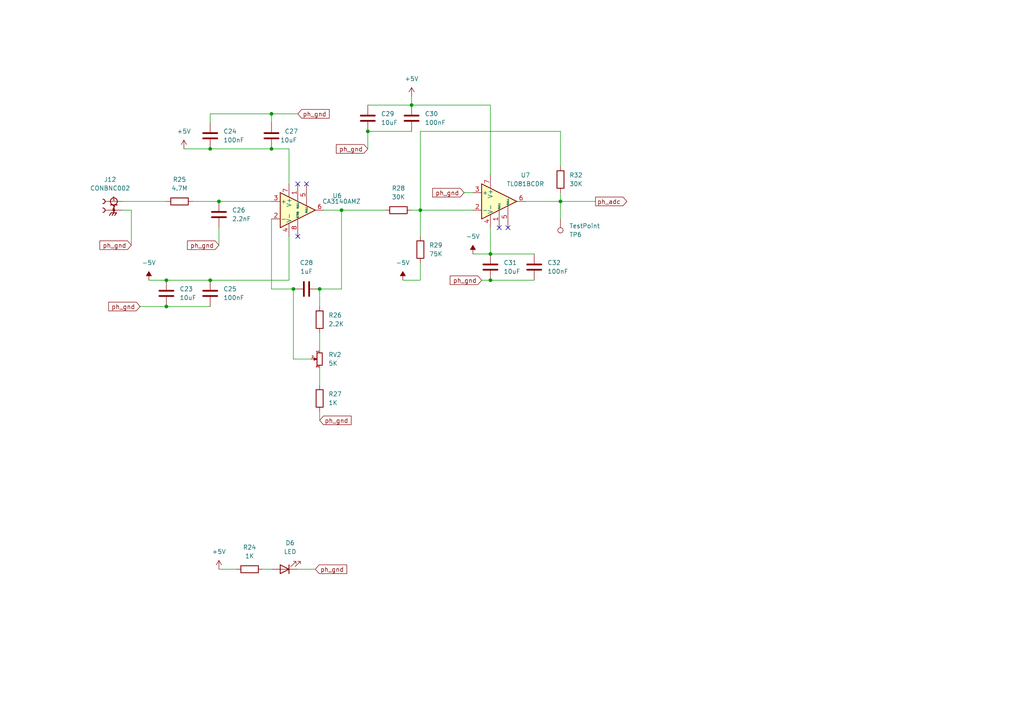
<source format=kicad_sch>
(kicad_sch (version 20230121) (generator eeschema)
  (paper "A4")
  (lib_symbols
    (symbol "Amplifier_Operational:CA3140" (pin_names (offset 0.127))
      (property "Reference" "U" (at 6.35 5.08 0))
      (property "Value" "CA3140" (at 6.35 2.54 0))
      (symbol "CA3140_0_1"
        (polyline (pts (xy -5.08 5.08) (xy 5.08 0) (xy -5.08 -5.08) (xy -5.08 5.08)) (stroke (width 0.254)) (fill (type background)))
      )
      (symbol "CA3140_1_1"
        (pin passive line (at 0 7.62 270) (length 5.08) (name "NULL") (number "1"))
        (pin input line (at -7.62 -2.54 0) (length 2.54) (name "-") (number "2"))
        (pin input line (at -7.62 2.54 0) (length 2.54) (name "+") (number "3"))
        (pin power_in line (at -2.54 -7.62 90) (length 3.81) (name "V-") (number "4"))
        (pin passive line (at 2.54 7.62 270) (length 6.35) (name "NULL") (number "5"))
        (pin output line (at 7.62 0 180) (length 2.54) (name "~") (number "6"))
        (pin power_in line (at -2.54 7.62 270) (length 3.81) (name "V+") (number "7"))
        (pin passive line (at 0 -7.62 90) (length 5.08) (name "STRB") (number "8"))
      )
    )
    (symbol "Amplifier_Operational:TL081" (pin_names (offset 0.127))
      (property "Reference" "U" (at 0 6.35 0))
      (property "Value" "TL081" (at 0 3.81 0))
      (symbol "TL081_0_1"
        (polyline (pts (xy -5.08 5.08) (xy 5.08 0) (xy -5.08 -5.08) (xy -5.08 5.08)) (stroke (width 0.254)) (fill (type background)))
      )
      (symbol "TL081_1_1"
        (pin input line (at 0 -7.62 90) (length 5.08) (name "NULL") (number "1"))
        (pin input line (at -7.62 -2.54 0) (length 2.54) (name "-") (number "2"))
        (pin input line (at -7.62 2.54 0) (length 2.54) (name "+") (number "3"))
        (pin power_in line (at -2.54 -7.62 90) (length 3.81) (name "V-") (number "4"))
        (pin input line (at 2.54 -7.62 90) (length 6.35) (name "NULL") (number "5"))
        (pin output line (at 7.62 0 180) (length 2.54) (name "~") (number "6"))
        (pin power_in line (at -2.54 7.62 270) (length 3.81) (name "V+") (number "7"))
        (pin no_connect line (at 0 2.54 270) (length 2.54) hide (name "NC") (number "8"))
      )
    )
    (symbol "CONBNC002:CONBNC002" (pin_names (offset 1.016))
      (property "Reference" "J" (at -3.81 1.524 0))
      (property "Value" "CONBNC002" (at -4.064 -6.858 0))
      (symbol "CONBNC002_0_0"
        (arc (start -3.175 -3.175) (mid -2.5427 -2.54) (end -3.175 -1.905) (stroke (width 0.254)))
        (arc (start -3.175 -0.635) (mid -2.5427 0) (end -3.175 0.635) (stroke (width 0.254)))
        (circle (center 0 -2.54) (radius 0.254) (stroke (width 0.254)))
        (polyline (pts (xy -1.016 -1.016) (xy 0 -1.016)) (stroke (width 0.254)))
        (polyline (pts (xy -0.762 -3.302) (xy -1.27 -4.064)) (stroke (width 0.254)))
        (polyline (pts (xy 0 -3.302) (xy -0.762 -3.302)) (stroke (width 0.254)))
        (polyline (pts (xy 0 -3.302) (xy -0.508 -4.064)) (stroke (width 0.254)))
        (polyline (pts (xy 0 -3.302) (xy 0.762 -3.302)) (stroke (width 0.254)))
        (polyline (pts (xy 0 -1.016) (xy 0 -3.302)) (stroke (width 0.254)))
        (polyline (pts (xy 0 -1.016) (xy 1.016 -1.016)) (stroke (width 0.254)))
        (polyline (pts (xy 0.762 -3.302) (xy 0.254 -4.064)) (stroke (width 0.254)))
        (circle (center 0 0) (radius 1.016) (stroke (width 0.254)))
        (pin passive line (at 2.54 0 180) (length 5.08) (name "~") (number "1"))
        (pin passive line (at 2.54 -2.54 180) (length 5.08) (name "~") (number "2"))
      )
    )
    (symbol "Connector:TestPoint" (pin_numbers hide) (pin_names (offset 0.762) hide)
      (property "Reference" "TP" (at 0 6.858 0))
      (property "Value" "TestPoint" (at 0 5.08 0))
      (symbol "TestPoint_0_1"
        (circle (center 0 3.302) (radius 0.762))
      )
      (symbol "TestPoint_1_1"
        (pin passive line (at 0 0 90) (length 2.54) (name "1") (number "1"))
      )
    )
    (symbol "Device:C" (pin_numbers hide) (pin_names (offset 0.254))
      (property "Reference" "C" (at 0.635 2.54 0))
      (property "Value" "C" (at 0.635 -2.54 0))
      (symbol "C_0_1"
        (polyline (pts (xy -2.032 -0.762) (xy 2.032 -0.762)) (stroke (width 0.508)))
        (polyline (pts (xy -2.032 0.762) (xy 2.032 0.762)) (stroke (width 0.508)))
      )
      (symbol "C_1_1"
        (pin passive line (at 0 3.81 270) (length 2.794) (name "~") (number "1"))
        (pin passive line (at 0 -3.81 90) (length 2.794) (name "~") (number "2"))
      )
    )
    (symbol "Device:LED" (pin_numbers hide) (pin_names (offset 1.016) hide)
      (property "Reference" "D" (at 0 2.54 0))
      (property "Value" "LED" (at 0 -2.54 0))
      (symbol "LED_0_1"
        (polyline (pts (xy -1.27 -1.27) (xy -1.27 1.27)) (stroke (width 0.254)))
        (polyline (pts (xy -1.27 0) (xy 1.27 0)))
        (polyline (pts (xy 1.27 -1.27) (xy 1.27 1.27) (xy -1.27 0) (xy 1.27 -1.27)) (stroke (width 0.254)))
        (polyline (pts (xy -3.048 -0.762) (xy -4.572 -2.286) (xy -3.81 -2.286) (xy -4.572 -2.286) (xy -4.572 -1.524)))
        (polyline (pts (xy -1.778 -0.762) (xy -3.302 -2.286) (xy -2.54 -2.286) (xy -3.302 -2.286) (xy -3.302 -1.524)))
      )
      (symbol "LED_1_1"
        (pin passive line (at -3.81 0 0) (length 2.54) (name "K") (number "1"))
        (pin passive line (at 3.81 0 180) (length 2.54) (name "A") (number "2"))
      )
    )
    (symbol "Device:R" (pin_numbers hide) (pin_names (offset 0))
      (property "Reference" "R" (at 2.032 0 90))
      (property "Value" "R" (at 0 0 90))
      (symbol "R_0_1"
        (rectangle (start -1.016 -2.54) (end 1.016 2.54) (stroke (width 0.254)))
      )
      (symbol "R_1_1"
        (pin passive line (at 0 3.81 270) (length 1.27) (name "~") (number "1"))
        (pin passive line (at 0 -3.81 90) (length 1.27) (name "~") (number "2"))
      )
    )
    (symbol "Device:R_Potentiometer_Small" (pin_names (offset 1.016) hide)
      (property "Reference" "RV" (at -4.445 0 90))
      (property "Value" "R_Potentiometer_Small" (at -2.54 0 90))
      (symbol "R_Potentiometer_Small_0_1"
        (polyline (pts (xy 0.889 0) (xy 0.635 0) (xy 1.651 0.381) (xy 1.651 -0.381) (xy 0.635 0) (xy 0.889 0)) (fill (type outline)))
        (rectangle (start 0.762 1.8034) (end -0.762 -1.8034) (stroke (width 0.254)))
      )
      (symbol "R_Potentiometer_Small_1_1"
        (pin passive line (at 0 2.54 270) (length 0.635) (name "1") (number "1"))
        (pin passive line (at 2.54 0 180) (length 0.9906) (name "2") (number "2"))
        (pin passive line (at 0 -2.54 90) (length 0.635) (name "3") (number "3"))
      )
    )
    (symbol "power:+5V" (power) (pin_names (offset 0))
      (property "Value" "+5V" (at 0 3.556 0))
      (symbol "+5V_0_1"
        (polyline (pts (xy -0.762 1.27) (xy 0 2.54)))
        (polyline (pts (xy 0 0) (xy 0 2.54)))
        (polyline (pts (xy 0 2.54) (xy 0.762 1.27)))
      )
      (symbol "+5V_1_1"
        (pin power_in line (at 0 0 90) (length 0) hide (name "+5V") (number "1"))
      )
    )
    (symbol "power:-5V" (power) (pin_names (offset 0))
      (property "Value" "-5V" (at 0 3.81 0))
      (symbol "-5V_0_0"
        (pin power_in line (at 0 0 90) (length 0) hide (name "-5V") (number "1"))
      )
      (symbol "-5V_0_1"
        (polyline (pts (xy 0 0) (xy 0 1.27) (xy 0.762 1.27) (xy 0 2.54) (xy -0.762 1.27) (xy 0 1.27)) (fill (type outline)))
      )
    )
  )
  (junction (at 92.71 83.82))
  (junction (at 99.06 60.96))
  (junction (at 78.74 43.18))
  (junction (at 85.09 83.82))
  (junction (at 162.56 58.42))
  (junction (at 106.68 38.1))
  (junction (at 60.96 43.18))
  (junction (at 63.5 58.42))
  (junction (at 119.38 30.48))
  (junction (at 121.92 60.96))
  (junction (at 142.24 73.66))
  (junction (at 48.26 81.28))
  (junction (at 142.24 81.28))
  (junction (at 48.26 88.9))
  (junction (at 78.74 33.02))
  (junction (at 60.96 81.28))
  (no_connect (at 86.36 53.34))
  (no_connect (at 86.36 68.58))
  (no_connect (at 147.32 66.04))
  (no_connect (at 144.78 66.04))
  (no_connect (at 88.9 53.34))
  (wire (pts (xy 92.71 119.38) (xy 92.71 121.92)))
  (wire (pts (xy 48.26 88.9) (xy 60.96 88.9)))
  (wire (pts (xy 78.74 33.02) (xy 86.36 33.02)))
  (wire (pts (xy 162.56 58.42) (xy 162.56 63.5)))
  (wire (pts (xy 63.5 66.04) (xy 63.5 71.12)))
  (wire (pts (xy 142.24 73.66) (xy 154.94 73.66)))
  (wire (pts (xy 119.38 27.94) (xy 119.38 30.48)))
  (wire (pts (xy 162.56 48.26) (xy 162.56 38.1)))
  (wire (pts (xy 60.96 43.18) (xy 78.74 43.18)))
  (wire (pts (xy 92.71 96.52) (xy 92.71 101.6)))
  (wire (pts (xy 99.06 60.96) (xy 93.98 60.96)))
  (wire (pts (xy 86.36 165.1) (xy 91.44 165.1)))
  (wire (pts (xy 106.68 30.48) (xy 119.38 30.48)))
  (wire (pts (xy 48.26 81.28) (xy 60.96 81.28)))
  (wire (pts (xy 99.06 60.96) (xy 111.76 60.96)))
  (wire (pts (xy 85.09 83.82) (xy 78.74 83.82)))
  (wire (pts (xy 162.56 58.42) (xy 172.72 58.42)))
  (wire (pts (xy 142.24 30.48) (xy 119.38 30.48)))
  (wire (pts (xy 90.17 104.14) (xy 85.09 104.14)))
  (wire (pts (xy 121.92 60.96) (xy 121.92 68.58)))
  (wire (pts (xy 152.4 58.42) (xy 162.56 58.42)))
  (wire (pts (xy 92.71 106.68) (xy 92.71 111.76)))
  (wire (pts (xy 162.56 38.1) (xy 121.92 38.1)))
  (wire (pts (xy 53.34 43.18) (xy 60.96 43.18)))
  (wire (pts (xy 78.74 35.56) (xy 78.74 33.02)))
  (wire (pts (xy 60.96 35.56) (xy 60.96 33.02)))
  (wire (pts (xy 83.82 53.34) (xy 83.82 43.18)))
  (wire (pts (xy 83.82 43.18) (xy 78.74 43.18)))
  (wire (pts (xy 78.74 83.82) (xy 78.74 63.5)))
  (wire (pts (xy 35.56 58.42) (xy 48.26 58.42)))
  (wire (pts (xy 106.68 38.1) (xy 106.68 43.18)))
  (wire (pts (xy 139.7 81.28) (xy 142.24 81.28)))
  (wire (pts (xy 60.96 33.02) (xy 78.74 33.02)))
  (wire (pts (xy 121.92 76.2) (xy 121.92 81.28)))
  (wire (pts (xy 35.56 60.96) (xy 38.1 60.96)))
  (wire (pts (xy 142.24 66.04) (xy 142.24 73.66)))
  (wire (pts (xy 63.5 165.1) (xy 68.58 165.1)))
  (wire (pts (xy 55.88 58.42) (xy 63.5 58.42)))
  (wire (pts (xy 121.92 60.96) (xy 137.16 60.96)))
  (wire (pts (xy 43.18 81.28) (xy 48.26 81.28)))
  (wire (pts (xy 162.56 58.42) (xy 162.56 55.88)))
  (wire (pts (xy 83.82 68.58) (xy 83.82 81.28)))
  (wire (pts (xy 142.24 50.8) (xy 142.24 30.48)))
  (wire (pts (xy 99.06 60.96) (xy 99.06 83.82)))
  (wire (pts (xy 92.71 83.82) (xy 92.71 88.9)))
  (wire (pts (xy 119.38 60.96) (xy 121.92 60.96)))
  (wire (pts (xy 85.09 104.14) (xy 85.09 83.82)))
  (wire (pts (xy 121.92 81.28) (xy 116.84 81.28)))
  (wire (pts (xy 134.62 55.88) (xy 137.16 55.88)))
  (wire (pts (xy 40.64 88.9) (xy 48.26 88.9)))
  (wire (pts (xy 63.5 58.42) (xy 78.74 58.42)))
  (wire (pts (xy 76.2 165.1) (xy 78.74 165.1)))
  (wire (pts (xy 142.24 81.28) (xy 154.94 81.28)))
  (wire (pts (xy 106.68 38.1) (xy 119.38 38.1)))
  (wire (pts (xy 137.16 73.66) (xy 142.24 73.66)))
  (wire (pts (xy 99.06 83.82) (xy 92.71 83.82)))
  (wire (pts (xy 38.1 60.96) (xy 38.1 71.12)))
  (wire (pts (xy 121.92 38.1) (xy 121.92 60.96)))
  (wire (pts (xy 83.82 81.28) (xy 60.96 81.28)))
  (global_label "ph_gnd" (shape input) (at 38.1 71.12 180) (property "Intersheetrefs" "${INTERSHEET_REFS}" (effects hide)))
  (global_label "ph_adc" (shape output) (at 172.72 58.42 0) (property "Intersheetrefs" "${INTERSHEET_REFS}" (effects hide)))
  (global_label "ph_gnd" (shape input) (at 63.5 71.12 180) (property "Intersheetrefs" "${INTERSHEET_REFS}" (effects hide)))
  (global_label "ph_gnd" (shape input) (at 92.71 121.92 0) (property "Intersheetrefs" "${INTERSHEET_REFS}" (effects hide)))
  (global_label "ph_gnd" (shape input) (at 106.68 43.18 180) (property "Intersheetrefs" "${INTERSHEET_REFS}" (effects hide)))
  (global_label "ph_gnd" (shape input) (at 91.44 165.1 0) (property "Intersheetrefs" "${INTERSHEET_REFS}" (effects hide)))
  (global_label "ph_gnd" (shape input) (at 40.64 88.9 180) (property "Intersheetrefs" "${INTERSHEET_REFS}" (effects hide)))
  (global_label "ph_gnd" (shape input) (at 86.36 33.02 0) (property "Intersheetrefs" "${INTERSHEET_REFS}" (effects hide)))
  (global_label "ph_gnd" (shape input) (at 139.7 81.28 180) (property "Intersheetrefs" "${INTERSHEET_REFS}" (effects hide)))
  (global_label "ph_gnd" (shape input) (at 134.62 55.88 180) (property "Intersheetrefs" "${INTERSHEET_REFS}" (effects hide)))
  (symbol (lib_id "Device:C") (at 78.74 39.37 0) (unit 1)
    (property "Reference" "C27" (at 82.55 38.1 0) (effects (justify left)))
    (property "Value" "10uF" (at 81.28 40.64 0) (effects (justify left)))
    (property "Footprint" "Capacitor_SMD:C_0805_2012Metric_Pad1.18x1.45mm_HandSolder" (effects hide))
  )
  (symbol (lib_id "Device:C") (at 48.26 85.09 0) (unit 1)
    (property "Reference" "C23" (at 52.07 83.82 0) (effects (justify left)))
    (property "Value" "10uF" (at 52.07 86.36 0) (effects (justify left)))
    (property "Footprint" "Capacitor_SMD:C_0805_2012Metric_Pad1.18x1.45mm_HandSolder" (effects hide))
  )
  (symbol (lib_id "Connector:TestPoint") (at 162.56 63.5 0) (mirror x) (unit 1)
    (property "Reference" "TP6" (at 165.1 68.072 0) (effects (justify left)))
    (property "Value" "TestPoint" (at 165.1 65.532 0) (effects (justify left)))
    (property "Footprint" "TestPoint:TestPoint_Pad_1.0x1.0mm" (effects hide))
  )
  (symbol (lib_id "Amplifier_Operational:TL081") (at 144.78 58.42 0) (unit 1)
    (property "Reference" "U7" (at 152.4 50.8 0))
    (property "Value" "TL081BCDR" (at 152.4 53.34 0))
    (property "Footprint" "Package_SO:SOIC-8_3.9x4.9mm_P1.27mm" (effects hide))
    (property "Datasheet" "http://www.ti.com/lit/ds/symlink/tl081.pdf" (effects hide))
  )
  (symbol (lib_id "Device:C") (at 154.94 77.47 0) (unit 1)
    (property "Reference" "C32" (at 158.75 76.2 0) (effects (justify left)))
    (property "Value" "100nF" (at 158.75 78.74 0) (effects (justify left)))
    (property "Footprint" "Capacitor_SMD:C_0805_2012Metric_Pad1.18x1.45mm_HandSolder" (effects hide))
  )
  (symbol (lib_id "Device:R") (at 115.57 60.96 90) (unit 1)
    (property "Reference" "R28" (at 115.57 54.61 90))
    (property "Value" "30K" (at 115.57 57.15 90))
    (property "Footprint" "Resistor_SMD:R_0805_2012Metric_Pad1.20x1.40mm_HandSolder" (effects hide))
  )
  (symbol (lib_id "CONBNC002:CONBNC002") (at 33.02 58.42 0) (unit 1)
    (property "Reference" "J12" (at 31.9405 52.07 0))
    (property "Value" "CONBNC002" (at 31.9405 54.61 0))
    (property "Footprint" "Imports:LINX_CONBNC002" (effects hide))
    (property "SnapEDA_Link" "https://www.snapeda.com/parts/CONBNC002/Linx/view-part/?ref=snap" (effects hide))
    (property "Check_prices" "https://www.snapeda.com/parts/CONBNC002/Linx/view-part/?ref=eda" (effects hide))
    (property "Package" "None" (effects hide))
    (property "Price" "None" (effects hide))
    (property "MF" "Linx Technologies Inc." (effects hide))
    (property "MP" "CONBNC002" (effects hide))
    (property "Purchase-URL" "https://www.snapeda.com/api/url_track_click_mouser/?unipart_id=10849425&manufacturer=Linx Technologies Inc.&part_name=CONBNC002&search_term=None" (effects hide))
    (property "Availability" "In Stock" (effects hide))
    (property "Description" "BNC Jack 50 Ohm PCB Through Hole" (effects hide))
  )
  (symbol (lib_id "Device:R") (at 72.39 165.1 90) (unit 1)
    (property "Reference" "R24" (at 72.39 158.75 90))
    (property "Value" "1K" (at 72.39 161.29 90))
    (property "Footprint" "Resistor_SMD:R_0805_2012Metric_Pad1.20x1.40mm_HandSolder" (effects hide))
  )
  (symbol (lib_id "Device:R") (at 121.92 72.39 0) (unit 1)
    (property "Reference" "R29" (at 124.46 71.12 0) (effects (justify left)))
    (property "Value" "75K" (at 124.46 73.66 0) (effects (justify left)))
    (property "Footprint" "Resistor_SMD:R_0805_2012Metric_Pad1.20x1.40mm_HandSolder" (effects hide))
  )
  (symbol (lib_id "power:-5V") (at 137.16 73.66 0) (unit 1)
    (property "Reference" "#PWR024" (effects hide))
    (property "Value" "-5V" (at 137.16 68.58 0))
  )
  (symbol (lib_id "power:-5V") (at 43.18 81.28 0) (unit 1)
    (property "Reference" "#PWR020" (effects hide))
    (property "Value" "-5V" (at 43.18 76.2 0))
  )
  (symbol (lib_id "Device:C") (at 106.68 34.29 0) (unit 1)
    (property "Reference" "C29" (at 110.49 33.02 0) (effects (justify left)))
    (property "Value" "10uF" (at 110.49 35.56 0) (effects (justify left)))
    (property "Footprint" "Capacitor_SMD:C_0805_2012Metric_Pad1.18x1.45mm_HandSolder" (effects hide))
  )
  (symbol (lib_id "Device:C") (at 63.5 62.23 0) (unit 1)
    (property "Reference" "C26" (at 67.31 60.96 0) (effects (justify left)))
    (property "Value" "2.2nF" (at 67.31 63.5 0) (effects (justify left)))
    (property "Footprint" "Capacitor_SMD:C_0805_2012Metric_Pad1.18x1.45mm_HandSolder" (effects hide))
  )
  (symbol (lib_id "Device:C") (at 88.9 83.82 90) (unit 1)
    (property "Reference" "C28" (at 88.9 76.2 90))
    (property "Value" "1uF" (at 88.9 78.74 90))
    (property "Footprint" "Capacitor_SMD:C_0805_2012Metric_Pad1.18x1.45mm_HandSolder" (effects hide))
  )
  (symbol (lib_id "power:+5V") (at 53.34 43.18 0) (unit 1)
    (property "Reference" "#PWR021" (effects hide))
    (property "Value" "+5V" (at 53.34 38.1 0))
  )
  (symbol (lib_id "Device:R") (at 52.07 58.42 90) (unit 1)
    (property "Reference" "R25" (at 52.07 52.07 90))
    (property "Value" "4.7M" (at 52.07 54.61 90))
    (property "Footprint" "Resistor_SMD:R_0805_2012Metric_Pad1.20x1.40mm_HandSolder" (effects hide))
  )
  (symbol (lib_id "Device:C") (at 60.96 39.37 0) (unit 1)
    (property "Reference" "C24" (at 64.77 38.1 0) (effects (justify left)))
    (property "Value" "100nF" (at 64.77 40.64 0) (effects (justify left)))
    (property "Footprint" "Capacitor_SMD:C_0805_2012Metric_Pad1.18x1.45mm_HandSolder" (effects hide))
  )
  (symbol (lib_id "Device:C") (at 60.96 85.09 0) (unit 1)
    (property "Reference" "C25" (at 64.77 83.82 0) (effects (justify left)))
    (property "Value" "100nF" (at 64.77 86.36 0) (effects (justify left)))
    (property "Footprint" "Capacitor_SMD:C_0805_2012Metric_Pad1.18x1.45mm_HandSolder" (effects hide))
  )
  (symbol (lib_id "Device:R") (at 92.71 115.57 0) (unit 1)
    (property "Reference" "R27" (at 95.25 114.3 0) (effects (justify left)))
    (property "Value" "1K" (at 95.25 116.84 0) (effects (justify left)))
    (property "Footprint" "Resistor_SMD:R_0805_2012Metric_Pad1.20x1.40mm_HandSolder" (effects hide))
  )
  (symbol (lib_id "Device:R_Potentiometer_Small") (at 92.71 104.14 0) (mirror y) (unit 1)
    (property "Reference" "RV2" (at 95.25 102.87 0) (effects (justify right)))
    (property "Value" "5K" (at 95.25 105.41 0) (effects (justify right)))
    (property "Footprint" "Potentiometer_THT:Potentiometer_Bourns_3266W_Vertical" (effects hide))
  )
  (symbol (lib_id "Device:R") (at 92.71 92.71 0) (unit 1)
    (property "Reference" "R26" (at 95.25 91.44 0) (effects (justify left)))
    (property "Value" "2.2K" (at 95.25 93.98 0) (effects (justify left)))
    (property "Footprint" "Resistor_SMD:R_0805_2012Metric_Pad1.20x1.40mm_HandSolder" (effects hide))
  )
  (symbol (lib_id "Device:R") (at 162.56 52.07 0) (unit 1)
    (property "Reference" "R32" (at 165.1 50.8 0) (effects (justify left)))
    (property "Value" "30K" (at 165.1 53.34 0) (effects (justify left)))
    (property "Footprint" "Resistor_SMD:R_0805_2012Metric_Pad1.20x1.40mm_HandSolder" (effects hide))
  )
  (symbol (lib_id "Device:C") (at 142.24 77.47 0) (unit 1)
    (property "Reference" "C31" (at 146.05 76.2 0) (effects (justify left)))
    (property "Value" "10uF" (at 146.05 78.74 0) (effects (justify left)))
    (property "Footprint" "Capacitor_SMD:C_0805_2012Metric_Pad1.18x1.45mm_HandSolder" (effects hide))
  )
  (symbol (lib_id "power:+5V") (at 63.5 165.1 0) (unit 1)
    (property "Reference" "#PWR019" (effects hide))
    (property "Value" "+5V" (at 63.5 160.02 0))
  )
  (symbol (lib_id "Device:C") (at 119.38 34.29 0) (unit 1)
    (property "Reference" "C30" (at 123.19 33.02 0) (effects (justify left)))
    (property "Value" "100nF" (at 123.19 35.56 0) (effects (justify left)))
    (property "Footprint" "Capacitor_SMD:C_0805_2012Metric_Pad1.18x1.45mm_HandSolder" (effects hide))
  )
  (symbol (lib_id "power:+5V") (at 119.38 27.94 0) (unit 1)
    (property "Reference" "#PWR023" (effects hide))
    (property "Value" "+5V" (at 119.38 22.86 0))
  )
  (symbol (lib_id "Device:LED") (at 82.55 165.1 180) (unit 1)
    (property "Reference" "D6" (at 84.1375 157.48 0))
    (property "Value" "LED" (at 84.1375 160.02 0))
    (property "Footprint" "LED_SMD:LED_0805_2012Metric_Pad1.15x1.40mm_HandSolder" (effects hide))
  )
  (symbol (lib_id "Amplifier_Operational:CA3140") (at 86.36 60.96 0) (unit 1)
    (property "Reference" "U6" (at 97.79 56.7691 0))
    (property "Value" "CA3140AMZ" (at 99.06 58.42 0))
    (property "Footprint" "Package_SO:SOIC-8_3.9x4.9mm_P1.27mm" (effects hide))
    (property "Datasheet" "http://www.intersil.com/content/dam/intersil/documents/ca31/ca3140-a.pdf" (effects hide))
  )
  (symbol (lib_id "power:-5V") (at 116.84 81.28 0) (unit 1)
    (property "Reference" "#PWR022" (effects hide))
    (property "Value" "-5V" (at 116.84 76.2 0))
  )
)
</source>
